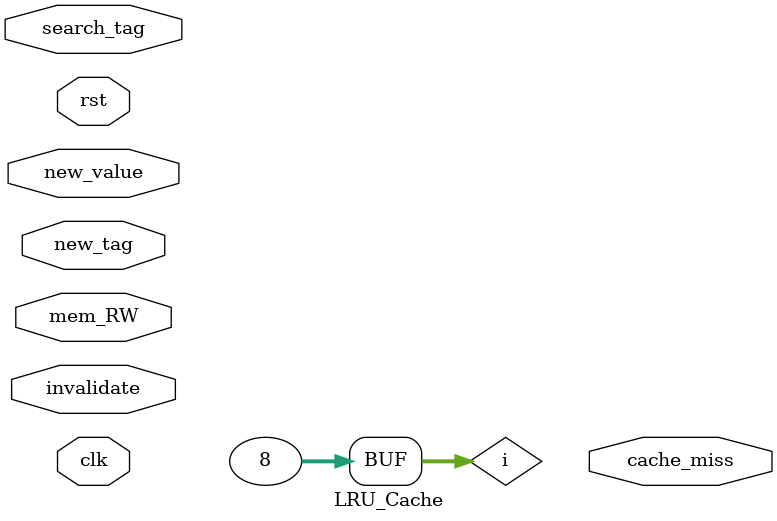
<source format=v>
`timescale 1ns / 1ps

module LRU_Cache #(parameter VALUE_WIDTH=8,TAG_WIDTH=8,NUM_PAIRS=8)(
    input clk,
    input rst,
    input [TAG_WIDTH-1:0] search_tag,
    input [TAG_WIDTH-1:0] new_tag,
    input [VALUE_WIDTH-1:0] new_value,
    input mem_RW,           // 1 - Write, 0 - Read
    input invalidate,       // When memory location is written, old value must be deleted
    output cache_miss
    );
    
    // WORKING
    
    // New write: Add to top and right-shift rest all
    // Overwrite: Bring the key value pair to top and alter the value, right shift till old position (inclusive)
    // Read: If hit occurs, bring to top and right shift till old position (inclusive)
    //      If cache miss occurs, it's the driving system (IF or MEM stage)'s job to store the item in cache
    
    reg[TAG_WIDTH-1:0] tags[NUM_PAIRS-1:0];
    reg[VALUE_WIDTH-1:0] values[NUM_PAIRS-1:0];
    reg[NUM_PAIRS-1:0] valid;
    
    wire[NUM_PAIRS-1:0] right_shift_en;     // When 
    wire[NUM_PAIRS-1:0] left_shift_en;      // To delete one entry
    wire[NUM_PAIRS-1:0] write_en;           // Clock gates
    
    reg[TAG_WIDTH-1:0] next_tag[NUM_PAIRS-1:0];
    reg[VALUE_WIDTH-1:0] next_value[NUM_PAIRS-1:0];
    
    wire[NUM_PAIRS-1:0] compare;
    
    integer i;
    
    // Comparing the input search tag with each and every valid tag stored in the cache
    
    generate
    genvar g;
        for(g=0;g<NUM_PAIRS;g=g+1) begin
            assign compare[g]=(search_tag==tags[g]);    
        end
    endgenerate
    
    //
    
    assign left_shift_en[0]=compare[0];
    
    for(g=1;g<NUM_PAIRS;g=g+1) begin
        assign left_shift_en[g]=compare[g]|left_shift_en[g-1];
    end
    
    assign right_shift_en=~left_shift_en;
    
    //
    
    always @(*) begin
        for(i=1;i<NUM_PAIRS;i=i+1) begin
            next_value[i]=values[i-1];
            next_tag[i]=tags[i-1];
        end
    end
    
    always @(*) begin
        case({cache_miss,mem_RW,compare})
            10'd1: begin
                next_value[0]=values[0];
                next_tag[0]=tags[0];
            end
            10'd2: begin
                next_value[0]=values[1];
                next_tag[0]=tags[1];
            end
            10'd4: begin
                next_value[0]=values[2];
                next_tag[0]=tags[2];
            end
            10'd8: begin
                next_value[0]=values[3];
                next_tag[0]=tags[3];
            end
            10'd16: begin
                next_value[0]=values[4];
                next_tag[0]=tags[4];
            end
            10'd32: begin
                next_value[0]=values[5];
                next_tag[0]=tags[5];
            end
            10'd64: begin
                next_value[0]=values[6];
                next_tag[0]=tags[6];
            end
            10'd128: begin
                next_value[0]=values[7];
                next_tag[0]=tags[7];
            end
            default: begin                   // Cache hit + Write and all Cache Misses
                next_value[0]=new_value;
                next_tag[0]=new_tag; 
            end
        endcase
    end        
    
    always @(posedge clk or negedge rst) begin
        if(rst==1'b0) begin
            for(i=0;i<NUM_PAIRS;i=i+1) begin
                tags[i]<={TAG_WIDTH{1'b0}};
                values[i]<={VALUE_WIDTH{1'b0}};
                valid[i]<={NUM_PAIRS{1'b0}};
            end
        end
        else begin
            for(i=0;i<NUM_PAIRS;i=i+1) begin
                if(write_en[i]) begin
                    tags[i]<=next_tag[i];
                    values[i]<=next_value[i];
                end
            end
        end
    end
endmodule


</source>
